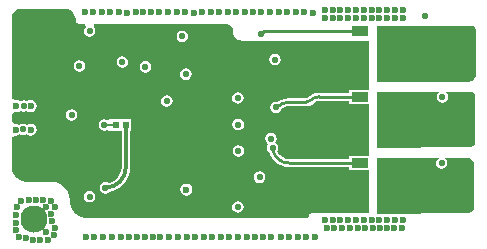
<source format=gbr>
%TF.GenerationSoftware,Altium Limited,Altium Designer,20.2.3 (150)*%
G04 Layer_Physical_Order=6*
G04 Layer_Color=16711680*
%FSLAX26Y26*%
%MOIN*%
%TF.SameCoordinates,27716F98-0B22-40FE-96F5-AA6DB086EB47*%
%TF.FilePolarity,Positive*%
%TF.FileFunction,Copper,L6,Bot,Signal*%
%TF.Part,Single*%
G01*
G75*
%TA.AperFunction,Conductor*%
%ADD11C,0.010000*%
%ADD13C,0.012000*%
%ADD14C,0.008000*%
%TA.AperFunction,SMDPad,CuDef*%
%ADD23R,0.057087X0.033465*%
%ADD24R,0.041339X0.033465*%
%ADD25R,0.147638X0.185039*%
%TA.AperFunction,ViaPad*%
%ADD37C,0.023622*%
%ADD38C,0.022000*%
%ADD39C,0.090551*%
%TA.AperFunction,SMDPad,CuDef*%
%ADD40R,0.021260X0.023622*%
G36*
X3469763Y2084107D02*
X3475107Y2078763D01*
X3477765Y2072346D01*
Y1923161D01*
X3476962Y1919124D01*
X3474927Y1914211D01*
X3471972Y1909789D01*
X3468211Y1906028D01*
X3463789Y1903073D01*
X3458876Y1901037D01*
X3453659Y1900000D01*
X3294204D01*
X3292734Y1900609D01*
X3291609Y1901734D01*
X3291000Y1903204D01*
Y1904000D01*
Y2087000D01*
X3462779D01*
X3469763Y2084107D01*
D02*
G37*
G36*
X2116376Y2142501D02*
X2123473Y2139561D01*
X2129861Y2135293D01*
X2135293Y2129861D01*
X2139561Y2123473D01*
X2142501Y2116376D01*
X2144000Y2108841D01*
Y2105000D01*
X2144211Y2102854D01*
X2145854Y2098889D01*
X2148889Y2095854D01*
X2152854Y2094211D01*
X2155000Y2094000D01*
X2173720D01*
X2176753Y2084000D01*
X2176302Y2083698D01*
X2172102Y2077413D01*
X2170628Y2070000D01*
X2172102Y2062587D01*
X2176302Y2056302D01*
X2182587Y2052102D01*
X2190000Y2050628D01*
X2197413Y2052102D01*
X2203698Y2056302D01*
X2207898Y2062587D01*
X2209372Y2070000D01*
X2207898Y2077413D01*
X2203698Y2083698D01*
X2203247Y2084000D01*
X2206280Y2094000D01*
X2648283D01*
X2657118Y2090341D01*
X2663879Y2083579D01*
X2667539Y2074744D01*
Y2069963D01*
X2667702Y2066634D01*
X2669001Y2060104D01*
X2671549Y2053953D01*
X2675248Y2048417D01*
X2679956Y2043709D01*
X2685492Y2040010D01*
X2691643Y2037462D01*
X2698173Y2036164D01*
X2701502Y2036000D01*
X3121000D01*
Y1893000D01*
Y1873732D01*
X3055189D01*
Y1863255D01*
X2954556D01*
Y1863436D01*
X2941358Y1861699D01*
X2929060Y1856604D01*
X2923000Y1851955D01*
Y1851954D01*
X2918499Y1848501D01*
X2918598Y1848402D01*
X2915158Y1846103D01*
X2911101Y1845296D01*
Y1845255D01*
X2855174D01*
D01*
X2855174D01*
Y1845347D01*
Y1845347D01*
X2841124Y1843963D01*
X2840126Y1843660D01*
X2827614Y1839865D01*
X2815538Y1833410D01*
X2811627Y1834188D01*
X2804214Y1832713D01*
X2797929Y1828514D01*
X2793730Y1822229D01*
X2792255Y1814815D01*
X2793730Y1807402D01*
X2797929Y1801117D01*
X2804214Y1796918D01*
X2811627Y1795443D01*
X2819041Y1796918D01*
X2825326Y1801117D01*
X2829525Y1807402D01*
X2830272Y1811158D01*
X2832393Y1812786D01*
X2843382Y1817337D01*
X2845635Y1817634D01*
X2855174Y1818745D01*
Y1818745D01*
X2911101D01*
Y1818682D01*
X2920733Y1819950D01*
X2929709Y1823668D01*
X2937417Y1829582D01*
X2937418Y1829582D01*
X2945139Y1835083D01*
X2945170Y1835104D01*
X2953988Y1836858D01*
X2954556Y1836745D01*
X3055189D01*
Y1824268D01*
X3121000D01*
Y1653732D01*
X3055189D01*
Y1642255D01*
X2854000D01*
X2853678Y1642191D01*
X2843358Y1643549D01*
X2833441Y1647657D01*
X2824926Y1654191D01*
X2818392Y1662707D01*
X2815862Y1668814D01*
X2817632Y1671464D01*
X2819107Y1678877D01*
X2817632Y1686291D01*
X2813433Y1692576D01*
X2808140Y1696112D01*
Y1696984D01*
X2812339Y1703269D01*
X2813814Y1710682D01*
X2812339Y1718096D01*
X2808140Y1724380D01*
X2801855Y1728580D01*
X2794441Y1730054D01*
X2787028Y1728580D01*
X2780743Y1724380D01*
X2776544Y1718096D01*
X2775069Y1710682D01*
X2776544Y1703269D01*
X2780743Y1696984D01*
X2786037Y1693447D01*
Y1692575D01*
X2781837Y1686291D01*
X2780363Y1678877D01*
X2781837Y1671464D01*
X2786037Y1665179D01*
X2789997Y1662533D01*
X2791554Y1657399D01*
X2797800Y1645714D01*
X2806206Y1635471D01*
X2816449Y1627066D01*
X2828134Y1620820D01*
X2840814Y1616973D01*
X2854000Y1615675D01*
Y1615745D01*
X3055189D01*
Y1604268D01*
X3121000D01*
Y1462801D01*
X3120848Y1462434D01*
X3120566Y1462152D01*
X3120199Y1462000D01*
X2928392D01*
X2926755Y1461839D01*
X2923730Y1460586D01*
X2921414Y1458270D01*
X2920161Y1455245D01*
X2920000Y1453608D01*
Y1452293D01*
X2918994Y1449865D01*
X2917135Y1448006D01*
X2914707Y1447000D01*
X2173681D01*
X2163249Y1449075D01*
X2153421Y1453146D01*
X2144577Y1459055D01*
X2137055Y1466577D01*
X2131146Y1475421D01*
X2127075Y1485249D01*
X2125000Y1495681D01*
Y1501000D01*
X2124682Y1507469D01*
X2122158Y1520159D01*
X2117207Y1532112D01*
X2110019Y1542870D01*
X2100870Y1552019D01*
X2090112Y1559207D01*
X2078159Y1564158D01*
X2065469Y1566682D01*
X2059000Y1567000D01*
X1976878D01*
X1966832Y1568998D01*
X1957369Y1572918D01*
X1948852Y1578609D01*
X1941609Y1585852D01*
X1935918Y1594369D01*
X1931998Y1603832D01*
X1930000Y1613878D01*
Y1714417D01*
X1940000Y1720597D01*
X1944000Y1719801D01*
X1951730Y1721339D01*
X1957478Y1725179D01*
X1960587Y1723102D01*
X1968000Y1721628D01*
X1975413Y1723102D01*
X1979022Y1725514D01*
X1985270Y1721339D01*
X1993000Y1719801D01*
X2000730Y1721339D01*
X2007283Y1725717D01*
X2011661Y1732270D01*
X2013199Y1740000D01*
X2011661Y1747730D01*
X2007283Y1754283D01*
X2000730Y1758661D01*
X1993000Y1760199D01*
X1985270Y1758661D01*
X1980518Y1755486D01*
X1975413Y1758898D01*
X1968000Y1760372D01*
X1960587Y1758898D01*
X1955982Y1755821D01*
X1951730Y1758661D01*
X1944000Y1760199D01*
X1940000Y1759403D01*
X1930000Y1765583D01*
Y1793838D01*
X1933495Y1796585D01*
X1940000Y1799994D01*
X1946000Y1798801D01*
X1953730Y1800339D01*
X1958618Y1803605D01*
X1962450Y1801044D01*
X1969864Y1799570D01*
X1977277Y1801044D01*
X1981245Y1803696D01*
X1986270Y1800339D01*
X1994000Y1798801D01*
X2001730Y1800339D01*
X2008283Y1804717D01*
X2012661Y1811270D01*
X2014199Y1819000D01*
X2012661Y1826730D01*
X2008283Y1833283D01*
X2001730Y1837661D01*
X1994000Y1839199D01*
X1986270Y1837661D01*
X1981159Y1834246D01*
X1977277Y1836840D01*
X1969864Y1838314D01*
X1962450Y1836840D01*
X1958705Y1834337D01*
X1953730Y1837661D01*
X1946000Y1839199D01*
X1940000Y1838006D01*
X1933495Y1841415D01*
X1930000Y1844162D01*
Y2114000D01*
Y2116955D01*
X1931153Y2122751D01*
X1933414Y2128210D01*
X1936697Y2133124D01*
X1940876Y2137302D01*
X1945790Y2140586D01*
X1951249Y2142847D01*
X1957045Y2144000D01*
X2108841D01*
X2116376Y2142501D01*
D02*
G37*
G36*
X3466930Y1864869D02*
X3470869Y1860930D01*
X3473000Y1855785D01*
Y1853000D01*
Y1696000D01*
Y1693215D01*
X3470869Y1688070D01*
X3466930Y1684131D01*
X3461785Y1682000D01*
X3289000D01*
X3290000Y1867000D01*
X3357243D01*
X3352302Y1863698D01*
X3348102Y1857413D01*
X3346628Y1850000D01*
X3348102Y1842587D01*
X3352302Y1836302D01*
X3358587Y1832102D01*
X3366000Y1830628D01*
X3373413Y1832102D01*
X3379698Y1836302D01*
X3383898Y1842587D01*
X3385372Y1850000D01*
X3383898Y1857413D01*
X3379698Y1863698D01*
X3374757Y1867000D01*
X3461785D01*
X3466930Y1864869D01*
D02*
G37*
G36*
X3461462Y1642651D02*
X3467651Y1636462D01*
X3471000Y1628376D01*
Y1624000D01*
Y1481000D01*
Y1477221D01*
X3468107Y1470237D01*
X3462763Y1464892D01*
X3455779Y1462000D01*
X3277801D01*
X3277434Y1462152D01*
X3277152Y1462434D01*
X3277000Y1462801D01*
Y1463000D01*
Y1646000D01*
X3353948D01*
X3349828Y1643247D01*
X3345629Y1636963D01*
X3344154Y1629549D01*
X3345629Y1622136D01*
X3349828Y1615851D01*
X3356113Y1611651D01*
X3363526Y1610177D01*
X3370940Y1611651D01*
X3377225Y1615851D01*
X3381424Y1622136D01*
X3382899Y1629549D01*
X3381424Y1636963D01*
X3377225Y1643247D01*
X3373105Y1646000D01*
X3453376D01*
X3461462Y1642651D01*
D02*
G37*
%LPC*%
G36*
X2499218Y2070590D02*
X2491804Y2069115D01*
X2485520Y2064916D01*
X2481320Y2058631D01*
X2479846Y2051218D01*
X2481320Y2043804D01*
X2485520Y2037520D01*
X2491804Y2033320D01*
X2499218Y2031846D01*
X2506631Y2033320D01*
X2512916Y2037520D01*
X2517115Y2043804D01*
X2518590Y2051218D01*
X2517115Y2058631D01*
X2512916Y2064916D01*
X2506631Y2069115D01*
X2499218Y2070590D01*
D02*
G37*
G36*
X2808000Y1993372D02*
X2800587Y1991898D01*
X2794302Y1987698D01*
X2790102Y1981413D01*
X2788628Y1974000D01*
X2790102Y1966587D01*
X2794302Y1960302D01*
X2800587Y1956102D01*
X2808000Y1954628D01*
X2815413Y1956102D01*
X2821698Y1960302D01*
X2825898Y1966587D01*
X2827372Y1974000D01*
X2825898Y1981413D01*
X2821698Y1987698D01*
X2815413Y1991898D01*
X2808000Y1993372D01*
D02*
G37*
G36*
X2299103Y1985106D02*
X2291689Y1983632D01*
X2285405Y1979432D01*
X2281205Y1973147D01*
X2279731Y1965734D01*
X2281205Y1958321D01*
X2285405Y1952036D01*
X2291689Y1947836D01*
X2299103Y1946362D01*
X2306516Y1947836D01*
X2312801Y1952036D01*
X2317000Y1958321D01*
X2318475Y1965734D01*
X2317000Y1973147D01*
X2312801Y1979432D01*
X2306516Y1983632D01*
X2299103Y1985106D01*
D02*
G37*
G36*
X2156000Y1971372D02*
X2148587Y1969898D01*
X2142302Y1965698D01*
X2138102Y1959413D01*
X2136628Y1952000D01*
X2138102Y1944587D01*
X2142302Y1938302D01*
X2148587Y1934102D01*
X2156000Y1932628D01*
X2163413Y1934102D01*
X2169698Y1938302D01*
X2173898Y1944587D01*
X2175372Y1952000D01*
X2173898Y1959413D01*
X2169698Y1965698D01*
X2163413Y1969898D01*
X2156000Y1971372D01*
D02*
G37*
G36*
X2376000Y1969372D02*
X2368587Y1967898D01*
X2362302Y1963698D01*
X2358102Y1957413D01*
X2356628Y1950000D01*
X2358102Y1942587D01*
X2362302Y1936302D01*
X2368587Y1932102D01*
X2376000Y1930628D01*
X2383413Y1932102D01*
X2389698Y1936302D01*
X2393898Y1942587D01*
X2395372Y1950000D01*
X2393898Y1957413D01*
X2389698Y1963698D01*
X2383413Y1967898D01*
X2376000Y1969372D01*
D02*
G37*
G36*
X2510603Y1944372D02*
X2503190Y1942898D01*
X2496905Y1938698D01*
X2492706Y1932413D01*
X2491231Y1925000D01*
X2492706Y1917587D01*
X2496905Y1911302D01*
X2503190Y1907102D01*
X2510603Y1905628D01*
X2518017Y1907102D01*
X2524301Y1911302D01*
X2528501Y1917587D01*
X2529975Y1925000D01*
X2528501Y1932413D01*
X2524301Y1938698D01*
X2518017Y1942898D01*
X2510603Y1944372D01*
D02*
G37*
G36*
X2684000Y1865372D02*
X2676587Y1863898D01*
X2670302Y1859698D01*
X2666102Y1853413D01*
X2664628Y1846000D01*
X2666102Y1838587D01*
X2670302Y1832302D01*
X2676587Y1828102D01*
X2684000Y1826628D01*
X2691413Y1828102D01*
X2697698Y1832302D01*
X2701898Y1838587D01*
X2703372Y1846000D01*
X2701898Y1853413D01*
X2697698Y1859698D01*
X2691413Y1863898D01*
X2684000Y1865372D01*
D02*
G37*
G36*
X2447000Y1855372D02*
X2439587Y1853898D01*
X2433302Y1849698D01*
X2429102Y1843413D01*
X2427628Y1836000D01*
X2429102Y1828587D01*
X2433302Y1822302D01*
X2439587Y1818102D01*
X2447000Y1816628D01*
X2454413Y1818102D01*
X2460698Y1822302D01*
X2464898Y1828587D01*
X2466372Y1836000D01*
X2464898Y1843413D01*
X2460698Y1849698D01*
X2454413Y1853898D01*
X2447000Y1855372D01*
D02*
G37*
G36*
X2258136Y1775654D02*
X2248136Y1772747D01*
X2246413Y1773898D01*
X2239000Y1775372D01*
X2231587Y1773898D01*
X2225302Y1769698D01*
X2221102Y1763413D01*
X2219628Y1756000D01*
X2221102Y1748587D01*
X2225302Y1742302D01*
X2231587Y1738102D01*
X2239000Y1736628D01*
X2246413Y1738102D01*
X2248136Y1739253D01*
X2258136Y1736031D01*
Y1736032D01*
X2296508D01*
Y1615014D01*
X2296651Y1614294D01*
X2294898Y1600982D01*
X2289482Y1587906D01*
X2280866Y1576677D01*
X2269637Y1568061D01*
X2256561Y1562645D01*
X2253550Y1562248D01*
X2249942Y1564659D01*
X2242529Y1566134D01*
X2235115Y1564659D01*
X2228831Y1560460D01*
X2224631Y1554175D01*
X2223157Y1546761D01*
X2224631Y1539348D01*
X2228831Y1533063D01*
X2235115Y1528864D01*
X2242529Y1527389D01*
X2249942Y1528864D01*
X2256227Y1533063D01*
X2256691Y1533758D01*
X2258653Y1533951D01*
X2274158Y1538655D01*
X2288447Y1546293D01*
X2300972Y1556571D01*
X2311251Y1569096D01*
X2318888Y1583385D01*
X2323592Y1598890D01*
X2325180Y1615014D01*
X2325056D01*
Y1736032D01*
X2329412D01*
Y1775653D01*
X2258136D01*
X2258136Y1775654D01*
D02*
G37*
G36*
X2129915Y1808677D02*
X2122501Y1807202D01*
X2116216Y1803003D01*
X2112017Y1796718D01*
X2110542Y1789305D01*
X2112017Y1781891D01*
X2116216Y1775607D01*
X2122501Y1771407D01*
X2129915Y1769933D01*
X2137328Y1771407D01*
X2143613Y1775607D01*
X2147812Y1781891D01*
X2149287Y1789305D01*
X2147812Y1796718D01*
X2143613Y1803003D01*
X2137328Y1807202D01*
X2129915Y1808677D01*
D02*
G37*
G36*
X2685065Y1776678D02*
X2677651Y1775203D01*
X2671367Y1771004D01*
X2667167Y1764719D01*
X2665693Y1757306D01*
X2667167Y1749892D01*
X2671367Y1743608D01*
X2677651Y1739408D01*
X2685065Y1737934D01*
X2692478Y1739408D01*
X2698763Y1743608D01*
X2702962Y1749892D01*
X2704437Y1757306D01*
X2702962Y1764719D01*
X2698763Y1771004D01*
X2692478Y1775203D01*
X2685065Y1776678D01*
D02*
G37*
G36*
X2685971Y1688845D02*
X2678557Y1687371D01*
X2672272Y1683171D01*
X2668073Y1676887D01*
X2666598Y1669473D01*
X2668073Y1662060D01*
X2672272Y1655775D01*
X2678557Y1651575D01*
X2685971Y1650101D01*
X2693384Y1651575D01*
X2699669Y1655775D01*
X2703868Y1662060D01*
X2705343Y1669473D01*
X2703868Y1676887D01*
X2699669Y1683171D01*
X2693384Y1687371D01*
X2685971Y1688845D01*
D02*
G37*
G36*
X2756443Y1600995D02*
X2749030Y1599521D01*
X2742745Y1595321D01*
X2738546Y1589037D01*
X2737071Y1581623D01*
X2738546Y1574210D01*
X2742745Y1567925D01*
X2749030Y1563726D01*
X2756443Y1562251D01*
X2763857Y1563726D01*
X2770141Y1567925D01*
X2774341Y1574210D01*
X2775815Y1581623D01*
X2774341Y1589037D01*
X2770141Y1595321D01*
X2763857Y1599521D01*
X2756443Y1600995D01*
D02*
G37*
G36*
X2512000Y1560199D02*
X2504270Y1558661D01*
X2497717Y1554283D01*
X2493338Y1547730D01*
X2491801Y1540000D01*
X2493338Y1532270D01*
X2497717Y1525717D01*
X2504270Y1521339D01*
X2512000Y1519801D01*
X2519730Y1521339D01*
X2526283Y1525717D01*
X2530662Y1532270D01*
X2532199Y1540000D01*
X2530662Y1547730D01*
X2526283Y1554283D01*
X2519730Y1558661D01*
X2512000Y1560199D01*
D02*
G37*
G36*
X2190000Y1536372D02*
X2182587Y1534898D01*
X2176302Y1530698D01*
X2172102Y1524413D01*
X2170628Y1517000D01*
X2172102Y1509587D01*
X2176302Y1503302D01*
X2182587Y1499102D01*
X2190000Y1497628D01*
X2197413Y1499102D01*
X2203698Y1503302D01*
X2207898Y1509587D01*
X2209372Y1517000D01*
X2207898Y1524413D01*
X2203698Y1530698D01*
X2197413Y1534898D01*
X2190000Y1536372D01*
D02*
G37*
G36*
X2684000Y1501372D02*
X2676587Y1499898D01*
X2670302Y1495698D01*
X2666102Y1489413D01*
X2664628Y1482000D01*
X2666102Y1474587D01*
X2670302Y1468302D01*
X2676587Y1464102D01*
X2684000Y1462628D01*
X2691413Y1464102D01*
X2697698Y1468302D01*
X2701898Y1474587D01*
X2703372Y1482000D01*
X2701898Y1489413D01*
X2697698Y1495698D01*
X2691413Y1499898D01*
X2684000Y1501372D01*
D02*
G37*
%LPD*%
D11*
X2799911Y1678892D02*
G03*
X2854000Y1629000I54089J4374D01*
G01*
X2855174Y1832000D02*
G03*
X2813687Y1814815I0J-58672D01*
G01*
X2954556Y1850000D02*
G03*
X2928000Y1839000I0J-37556D01*
G01*
X2911101Y1832000D02*
G03*
X2928000Y1839000I0J23899D01*
G01*
X3091732Y1849000D02*
G03*
X3090732Y1850000I-1000J0D01*
G01*
X2854000Y1629000D02*
X3091732D01*
X2799735Y1678877D02*
X2799911Y1678892D01*
X2813687Y1814815D02*
X2813687D01*
X2811627Y1814815D02*
X2813687Y1814815D01*
X2855174Y1832000D02*
X2911101D01*
X2760000Y2060000D02*
X2762951D01*
X2771951Y2069000D01*
X3091732D01*
X2954556Y1850000D02*
X3090732D01*
X1969864Y1818942D02*
X1974942D01*
X1975000Y1819000D01*
D13*
X2242529Y1546761D02*
G03*
X2310782Y1615014I0J68253D01*
G01*
Y1755842D01*
D14*
X2239000Y1756000D02*
X2276766D01*
Y1755842D02*
Y1756000D01*
D23*
X3091732Y1919000D02*
D03*
Y1969000D02*
D03*
Y2019000D02*
D03*
Y2069000D02*
D03*
Y1699000D02*
D03*
Y1749000D02*
D03*
Y1799000D02*
D03*
Y1849000D02*
D03*
Y1479000D02*
D03*
Y1529000D02*
D03*
Y1579000D02*
D03*
Y1629000D02*
D03*
D24*
X3316142Y2069000D02*
D03*
Y2019000D02*
D03*
Y1969000D02*
D03*
Y1919000D02*
D03*
Y1849000D02*
D03*
Y1799000D02*
D03*
Y1749000D02*
D03*
Y1699000D02*
D03*
Y1629000D02*
D03*
Y1579000D02*
D03*
Y1529000D02*
D03*
Y1479000D02*
D03*
D25*
X3221653Y1994000D02*
D03*
Y1774000D02*
D03*
Y1554000D02*
D03*
D37*
X2602000Y1484992D02*
D03*
X2240000Y1646000D02*
D03*
X2216000D02*
D03*
X2301000Y2023000D02*
D03*
X2275000Y2023508D02*
D03*
X2847779Y1856483D02*
D03*
X2178000Y1383000D02*
D03*
X2206000D02*
D03*
X2236000Y1384000D02*
D03*
X2264000D02*
D03*
X2293000Y1383000D02*
D03*
X2349000D02*
D03*
X2400000Y1384000D02*
D03*
X2426000D02*
D03*
X2455000Y1383000D02*
D03*
X2486000D02*
D03*
X2513000D02*
D03*
X2571000D02*
D03*
X2655000Y1384000D02*
D03*
X2740000D02*
D03*
X2796000D02*
D03*
X2827000D02*
D03*
X2854000D02*
D03*
X2884000Y1383000D02*
D03*
X2910000D02*
D03*
X2940000Y1382000D02*
D03*
X2320779Y1382108D02*
D03*
X2374070Y1383249D02*
D03*
X2627501Y1383851D02*
D03*
X2597974Y1383236D02*
D03*
X2542611Y1382620D02*
D03*
X2766643Y1383443D02*
D03*
X2713267Y1383425D02*
D03*
X2683034Y1383840D02*
D03*
X2678034Y2131840D02*
D03*
X2708267Y2131425D02*
D03*
X2761643Y2131443D02*
D03*
X2537611Y2130620D02*
D03*
X2592974Y2131236D02*
D03*
X2622501Y2131851D02*
D03*
X2369070Y2131249D02*
D03*
X2315779Y2130108D02*
D03*
X2935000Y2130000D02*
D03*
X2905000Y2131000D02*
D03*
X2879000D02*
D03*
X2849000Y2132000D02*
D03*
X2822000D02*
D03*
X2791000D02*
D03*
X2735000D02*
D03*
X2650000D02*
D03*
X2566000Y2131000D02*
D03*
X2508000D02*
D03*
X2481000D02*
D03*
X2450000D02*
D03*
X2421000Y2132000D02*
D03*
X2395000D02*
D03*
X2344000Y2131000D02*
D03*
X2288000D02*
D03*
X2259000Y2132000D02*
D03*
X2231000D02*
D03*
X2201000Y2131000D02*
D03*
X2173000D02*
D03*
X2904312Y1461599D02*
D03*
X2877649Y1462160D02*
D03*
X2905995Y1489103D02*
D03*
X2878211Y1489664D02*
D03*
X2906276Y1515765D02*
D03*
X2878772Y1516326D02*
D03*
X2901555Y1688395D02*
D03*
X2874709D02*
D03*
X2901001Y1716347D02*
D03*
X2874986Y1714963D02*
D03*
X2903547Y1742786D02*
D03*
X2875636D02*
D03*
X2903180Y1769963D02*
D03*
X2875636Y1771432D02*
D03*
X2903547Y1798976D02*
D03*
X2876370Y1799343D02*
D03*
X2903011Y1883677D02*
D03*
X2875090Y1884771D02*
D03*
X2904379Y1910776D02*
D03*
X2876185Y1915155D02*
D03*
X2902190Y1940612D02*
D03*
X2875364Y1941981D02*
D03*
X2901010Y1996258D02*
D03*
X2874679Y1994713D02*
D03*
X2902282Y1586805D02*
D03*
X2875413D02*
D03*
X1993000Y1740000D02*
D03*
X1944000D02*
D03*
X1994000Y1819000D02*
D03*
X1946000D02*
D03*
X2438000Y1755000D02*
D03*
X2411000Y1754000D02*
D03*
X2438000Y1783000D02*
D03*
X2409000D02*
D03*
X2060000Y2018000D02*
D03*
X1982000Y2020000D02*
D03*
X2072000Y2092000D02*
D03*
X2088000Y2072000D02*
D03*
Y2048000D02*
D03*
Y2024000D02*
D03*
X2080000Y2002000D02*
D03*
X2058000Y1994000D02*
D03*
X2034000D02*
D03*
X2010000D02*
D03*
X1986000D02*
D03*
X1964000Y2002000D02*
D03*
X1956000Y2026000D02*
D03*
Y2050000D02*
D03*
Y2074000D02*
D03*
X1980000Y2102000D02*
D03*
X1956000Y2098000D02*
D03*
X2082000Y2116000D02*
D03*
X2060000Y2126000D02*
D03*
X2036000D02*
D03*
X2012000D02*
D03*
X1990000D02*
D03*
X1966000Y2120000D02*
D03*
X2076000Y1482000D02*
D03*
X2046000D02*
D03*
X2060000Y1460000D02*
D03*
X2064000Y1436000D02*
D03*
X2046000Y1400000D02*
D03*
X2076000Y1412000D02*
D03*
X2072000Y1388000D02*
D03*
X2050000Y1374000D02*
D03*
X2026000D02*
D03*
X2002000D02*
D03*
X1978000Y1378000D02*
D03*
X1954000Y1382000D02*
D03*
X1946000Y1406000D02*
D03*
Y1430000D02*
D03*
Y1456000D02*
D03*
X1948000Y1482000D02*
D03*
X2062000Y1504000D02*
D03*
X2036000Y1506000D02*
D03*
X2012000D02*
D03*
X1988000D02*
D03*
X1962000Y1502000D02*
D03*
X2908000Y2022000D02*
D03*
X2884000Y2020000D02*
D03*
X2858000Y2016000D02*
D03*
X2848000Y1990000D02*
D03*
Y1910000D02*
D03*
Y1886000D02*
D03*
Y1714000D02*
D03*
Y1688000D02*
D03*
Y1588000D02*
D03*
X2852000Y1516000D02*
D03*
Y1490000D02*
D03*
Y1464000D02*
D03*
X3440000Y1474000D02*
D03*
X3414000D02*
D03*
X3390000D02*
D03*
X3366000D02*
D03*
X3342000D02*
D03*
X3438000Y1500000D02*
D03*
X3414000D02*
D03*
X3390000D02*
D03*
X3366000D02*
D03*
X3342000D02*
D03*
X3438000Y1526000D02*
D03*
X3414000D02*
D03*
X3390000D02*
D03*
X3366000D02*
D03*
X3342000D02*
D03*
X3438000Y1550000D02*
D03*
X3414000Y1552000D02*
D03*
X3390000D02*
D03*
X3366000D02*
D03*
X3342000D02*
D03*
X3442000Y1602000D02*
D03*
X3418000D02*
D03*
X3394000D02*
D03*
X3438000Y1578000D02*
D03*
X3414000D02*
D03*
X3390000D02*
D03*
X3366000D02*
D03*
X3342000D02*
D03*
X3316000Y1504000D02*
D03*
Y1554000D02*
D03*
X3442000Y1698000D02*
D03*
X3416000D02*
D03*
X3392000D02*
D03*
X3368000D02*
D03*
X3342000D02*
D03*
X3442000Y1722000D02*
D03*
X3416000D02*
D03*
X3392000D02*
D03*
X3368000D02*
D03*
X3342000D02*
D03*
X3440000Y1746000D02*
D03*
X3416000D02*
D03*
X3390000D02*
D03*
X3366000D02*
D03*
X3342000D02*
D03*
X3440000Y1772000D02*
D03*
X3416000D02*
D03*
X3390000D02*
D03*
X3366000D02*
D03*
X3342000D02*
D03*
X3446000Y1822000D02*
D03*
X3422000D02*
D03*
X3398000D02*
D03*
X3438000Y1798000D02*
D03*
X3414000D02*
D03*
X3390000D02*
D03*
X3366000D02*
D03*
X3342000D02*
D03*
X3316000Y1724000D02*
D03*
Y1774000D02*
D03*
X3446000Y1918000D02*
D03*
X3420000D02*
D03*
X3394000D02*
D03*
X3370000D02*
D03*
X3344000D02*
D03*
X3446000Y1944000D02*
D03*
X3420000D02*
D03*
X3394000D02*
D03*
X3370000D02*
D03*
X3344000D02*
D03*
X3446000Y1970000D02*
D03*
X3420000D02*
D03*
X3394000D02*
D03*
X3370000D02*
D03*
X3344000D02*
D03*
X3446000Y1994000D02*
D03*
X3420000D02*
D03*
X3394000D02*
D03*
X3370000D02*
D03*
X3344000D02*
D03*
X3316000Y1944000D02*
D03*
Y1994000D02*
D03*
X3446000Y2018000D02*
D03*
X3420000D02*
D03*
X3448000Y2048000D02*
D03*
X3424000D02*
D03*
X3400000D02*
D03*
X3376000D02*
D03*
X3394000Y2018000D02*
D03*
X3370000D02*
D03*
X3344000D02*
D03*
X3316142Y1969000D02*
D03*
X2512000Y1540000D02*
D03*
X3316142Y1479000D02*
D03*
Y1529000D02*
D03*
Y1579000D02*
D03*
Y1699000D02*
D03*
Y1749000D02*
D03*
Y1799000D02*
D03*
Y1919000D02*
D03*
Y2019000D02*
D03*
X3230000Y1414000D02*
D03*
X3206000D02*
D03*
X3182000D02*
D03*
X3158000D02*
D03*
X3134000D02*
D03*
X3108000D02*
D03*
X3084000D02*
D03*
X3058000D02*
D03*
X3032000D02*
D03*
X3006000D02*
D03*
X2980000D02*
D03*
X3236000Y1438000D02*
D03*
X3208000D02*
D03*
X3182000D02*
D03*
X3156000D02*
D03*
X3130000D02*
D03*
X3104000D02*
D03*
X3078000D02*
D03*
X3052000D02*
D03*
X3026000D02*
D03*
X3000000D02*
D03*
X2974000D02*
D03*
Y2140000D02*
D03*
X3000000D02*
D03*
X3026000D02*
D03*
X3052000D02*
D03*
X3078000D02*
D03*
X3104000D02*
D03*
X3130000D02*
D03*
X3156000D02*
D03*
X3182000D02*
D03*
X3208000D02*
D03*
X3234000D02*
D03*
Y2114000D02*
D03*
X3208000D02*
D03*
X3182000D02*
D03*
X3156000D02*
D03*
X3130000D02*
D03*
X3104000D02*
D03*
X3078000D02*
D03*
X3052000D02*
D03*
X3026000D02*
D03*
X3000000D02*
D03*
X2974000D02*
D03*
D38*
X2299103Y1965734D02*
D03*
X2190000Y2070000D02*
D03*
X2499218Y2051218D02*
D03*
X2794441Y1710682D02*
D03*
X2799735Y1678877D02*
D03*
X2811627Y1814815D02*
D03*
X2756443Y1581623D02*
D03*
X2760000Y2060000D02*
D03*
X2129915Y1789305D02*
D03*
X1969864Y1818942D02*
D03*
X2447000Y1836000D02*
D03*
X1968000Y1741000D02*
D03*
X2190000Y1517000D02*
D03*
X2510603Y1925000D02*
D03*
X2242529Y1546761D02*
D03*
X2376000Y1950000D02*
D03*
X2156000Y1952000D02*
D03*
X2808000Y1974000D02*
D03*
X3363526Y1629549D02*
D03*
X3366000Y1850000D02*
D03*
X3308268Y2117732D02*
D03*
X2684000Y1482000D02*
D03*
X2239000Y1756000D02*
D03*
X2685971Y1669473D02*
D03*
X2685065Y1757306D02*
D03*
X2684000Y1846000D02*
D03*
D39*
X2022386Y2061758D02*
D03*
X2006000Y1442000D02*
D03*
D40*
X2276766Y1755842D02*
D03*
X2310782D02*
D03*
%TF.MD5,25d120560e242f884467d877b987145a*%
M02*

</source>
